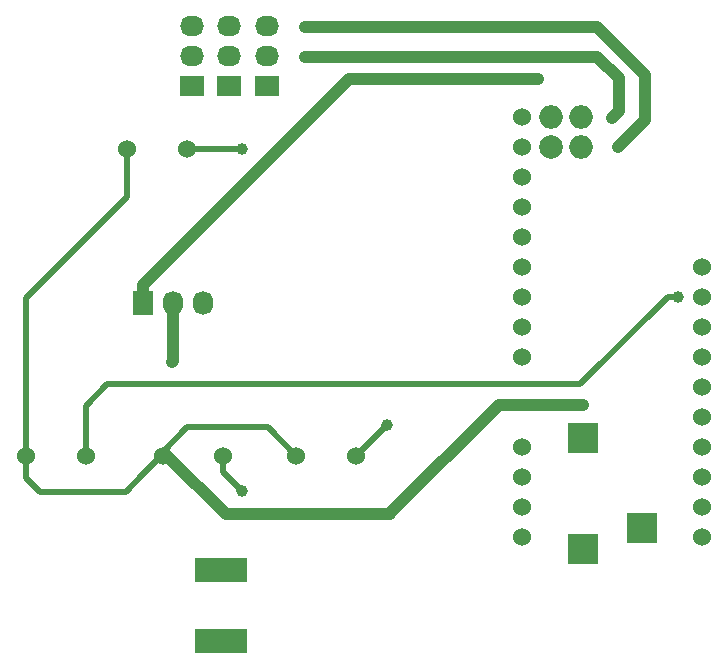
<source format=gbl>
%TF.GenerationSoftware,KiCad,Pcbnew,(after 2015-may-01 BZR unknown)-product*%
%TF.CreationDate,2015-11-16T19:53:27+09:00*%
%TF.JobID,HandBoard_v1,48616E64426F6172645F76312E6B6963,rev?*%
%TF.FileFunction,Copper,L2,Bot,Signal*%
%FSLAX46Y46*%
G04 Gerber Fmt 4.6, Leading zero omitted, Abs format (unit mm)*
G04 Created by KiCad (PCBNEW (after 2015-may-01 BZR unknown)-product) date 2015/11/16 19:53:27*
%MOMM*%
G01*
G04 APERTURE LIST*
%ADD10C,0.100000*%
%ADD11C,2.000000*%
%ADD12O,2.000000X2.000000*%
%ADD13C,1.524000*%
%ADD14R,4.500000X2.000000*%
%ADD15R,2.500000X2.500000*%
%ADD16R,2.032000X1.727200*%
%ADD17O,2.032000X1.727200*%
%ADD18R,1.727200X2.032000*%
%ADD19O,1.727200X2.032000*%
%ADD20C,1.000000*%
%ADD21C,0.500000*%
%ADD22C,1.000000*%
G04 APERTURE END LIST*
D10*
D11*
X-14151600Y-11545400D03*
D12*
X-14151600Y-9005400D03*
X-11611600Y-11545400D03*
X-11611600Y-9005400D03*
D13*
X-58538100Y-37694700D03*
X-53458100Y-37694700D03*
X-46993800Y-37694700D03*
X-41913800Y-37694700D03*
X-35665400Y-37707400D03*
X-30585400Y-37707400D03*
X-49991000Y-11710500D03*
X-44911000Y-11710500D03*
X-1350000Y-36920000D03*
X-1350000Y-21680000D03*
X-16590000Y-8980000D03*
X-16590000Y-11520000D03*
X-16590000Y-14060000D03*
X-16590000Y-16600000D03*
X-16590000Y-19140000D03*
X-16590000Y-21680000D03*
X-16590000Y-44540000D03*
X-16590000Y-42000000D03*
X-16590000Y-39460000D03*
X-16590000Y-36920000D03*
X-16590000Y-29300000D03*
X-16590000Y-26760000D03*
X-16590000Y-24220000D03*
X-1350000Y-24220000D03*
X-1350000Y-26760000D03*
X-1350000Y-29300000D03*
X-1350000Y-31840000D03*
X-1350000Y-34380000D03*
X-1350000Y-39460000D03*
X-1350000Y-42000000D03*
X-1350000Y-44540000D03*
D14*
X-42076360Y-53395720D03*
X-42076360Y-47395720D03*
D15*
X-6406500Y-43767000D03*
X-11406500Y-45567000D03*
X-11406500Y-36167000D03*
D16*
X-44542700Y-6414600D03*
D17*
X-44542700Y-3874600D03*
X-44542700Y-1334600D03*
D18*
X-48700680Y-24738160D03*
D19*
X-46160680Y-24738160D03*
X-43620680Y-24738160D03*
D16*
X-38154600Y-6414600D03*
D17*
X-38154600Y-3874600D03*
X-38154600Y-1334600D03*
D16*
X-41355000Y-6401900D03*
D17*
X-41355000Y-3861900D03*
X-41355000Y-1321900D03*
D20*
X-41647100Y-42635000D03*
X-11450000Y-33400000D03*
X-46219100Y-29731800D03*
X-15250000Y-5750000D03*
X-8423900Y-11583500D03*
X-34941500Y-1360000D03*
X-34979600Y-3938100D03*
X-8911580Y-9056200D03*
X-3382000Y-24220000D03*
X-40250100Y-40691900D03*
X-27994600Y-35116600D03*
X-40250000Y-11700000D03*
D21*
X-46993800Y-37694700D02*
X-46587400Y-37694700D01*
D22*
X-46587400Y-37694700D02*
X-41647100Y-42635000D01*
D21*
X-46993800Y-37694700D02*
X-46993800Y-37339100D01*
X-46993800Y-37339100D02*
X-44923700Y-35269000D01*
X-38103800Y-35269000D02*
X-35665400Y-37707400D01*
X-44923700Y-35269000D02*
X-38103800Y-35269000D01*
X-46993800Y-37694700D02*
X-47095400Y-37694700D01*
X-47095400Y-37694700D02*
X-48632100Y-39231400D01*
X-58538100Y-39599700D02*
X-57369700Y-40768100D01*
X-57369700Y-40768100D02*
X-51997600Y-40768100D01*
X-48632100Y-39231400D02*
X-50105300Y-40768100D01*
X-51997600Y-40768100D02*
X-50105300Y-40768100D01*
X-58538100Y-37694700D02*
X-58538100Y-39599700D01*
X-49991000Y-11710500D02*
X-49991000Y-15799900D01*
X-58538100Y-24347000D02*
X-58538100Y-37694700D01*
X-49991000Y-15799900D02*
X-58538100Y-24347000D01*
D22*
X-27715200Y-42565200D02*
X-18550000Y-33400000D01*
X-27715200Y-42635000D02*
X-27715200Y-42565200D01*
X-41647100Y-42635000D02*
X-27715200Y-42635000D01*
X-18550000Y-33400000D02*
X-11450000Y-33400000D01*
X-46160680Y-24738160D02*
X-46160680Y-29673380D01*
X-46160680Y-29673380D02*
X-46219100Y-29731800D01*
X-48700680Y-24738160D02*
X-48700680Y-23250680D01*
X-48700680Y-23250680D02*
X-31200000Y-5750000D01*
X-31200000Y-5750000D02*
X-15250000Y-5750000D01*
X-6125200Y-9284800D02*
X-8423900Y-11583500D01*
X-6125200Y-5487500D02*
X-6125200Y-9284800D01*
X-10252700Y-1360000D02*
X-6125200Y-5487500D01*
X-34941500Y-1360000D02*
X-10252700Y-1360000D01*
X-34979600Y-3938100D02*
X-34954200Y-3912700D01*
X-34954200Y-3912700D02*
X-10189200Y-3912700D01*
X-10189200Y-3912700D02*
X-8360400Y-5741500D01*
X-8360400Y-5741500D02*
X-8360400Y-7456000D01*
X-8360400Y-8505020D02*
X-8360400Y-7456000D01*
X-8911580Y-9056200D02*
X-8360400Y-8505020D01*
D21*
X-4232900Y-24207300D02*
X-3369300Y-24207300D01*
X-51680100Y-31636800D02*
X-53483500Y-33440200D01*
X-53458100Y-33465600D02*
X-53483500Y-33440200D01*
X-53458100Y-33465600D02*
X-53458100Y-37694700D01*
X-4232900Y-24207300D02*
X-11662400Y-31636800D01*
X-11662400Y-31636800D02*
X-51680100Y-31636800D01*
X-3369300Y-24207300D02*
X-3382000Y-24220000D01*
X-41913800Y-37694700D02*
X-41913800Y-39028200D01*
X-41913800Y-39028200D02*
X-40250100Y-40691900D01*
X-30585400Y-37707400D02*
X-27994600Y-35116600D01*
X-40260500Y-11710500D02*
X-44911000Y-11710500D01*
X-40250000Y-11700000D02*
X-40260500Y-11710500D01*
M02*

</source>
